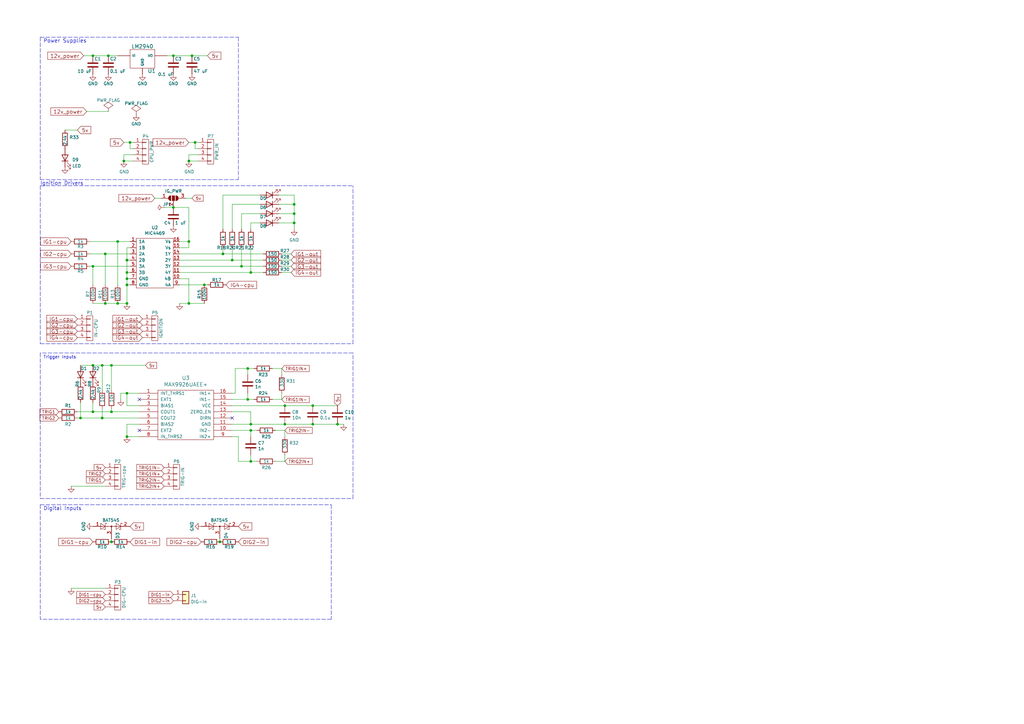
<source format=kicad_sch>
(kicad_sch (version 20211123) (generator eeschema)
  (paper "A3")
  (lib_symbols
    (symbol "Connector_Generic:Conn_01x02" (pin_names (offset 1.016) hide)
      (property "Reference" "J" (at 0 2.54 0))
      (property "Value" "Conn_01x02" (at 0 -5.08 0))
      (symbol "Conn_01x02_1_1"
        (rectangle (start -1.27 -2.413) (end 0 -2.667) (stroke (width 0.1524)))
        (rectangle (start -1.27 0.127) (end 0 -0.127) (stroke (width 0.1524)))
        (rectangle (start -1.27 1.27) (end 1.27 -3.81) (stroke (width 0.254)) (fill (type background)))
        (pin passive line (at -5.08 0 0) (length 3.81) (name "Pin_1") (number "1"))
        (pin passive line (at -5.08 -2.54 0) (length 3.81) (name "Pin_2") (number "2"))
      )
    )
    (symbol "Device:LED" (pin_numbers hide) (pin_names (offset 1.016) hide)
      (property "Reference" "D" (at 0 2.54 0))
      (property "Value" "LED" (at 0 -2.54 0))
      (symbol "LED_0_1"
        (polyline (pts (xy -1.27 -1.27) (xy -1.27 1.27)) (stroke (width 0.254)))
        (polyline (pts (xy -1.27 0) (xy 1.27 0)))
        (polyline (pts (xy 1.27 -1.27) (xy 1.27 1.27) (xy -1.27 0) (xy 1.27 -1.27)) (stroke (width 0.254)))
        (polyline (pts (xy -3.048 -0.762) (xy -4.572 -2.286) (xy -3.81 -2.286) (xy -4.572 -2.286) (xy -4.572 -1.524)))
        (polyline (pts (xy -1.778 -0.762) (xy -3.302 -2.286) (xy -2.54 -2.286) (xy -3.302 -2.286) (xy -3.302 -1.524)))
      )
      (symbol "LED_1_1"
        (pin passive line (at -3.81 0 0) (length 2.54) (name "K") (number "1"))
        (pin passive line (at 3.81 0 180) (length 2.54) (name "A") (number "2"))
      )
    )
    (symbol "Device:R" (pin_numbers hide) (pin_names (offset 0))
      (property "Reference" "R" (at 2.032 0 90))
      (property "Value" "R" (at 0 0 90))
      (symbol "R_0_1"
        (rectangle (start -1.016 -2.54) (end 1.016 2.54) (stroke (width 0.254)))
      )
      (symbol "R_1_1"
        (pin passive line (at 0 3.81 270) (length 1.27) (name "~") (number "1"))
        (pin passive line (at 0 -3.81 90) (length 1.27) (name "~") (number "2"))
      )
    )
    (symbol "Diode:BAT54S" (pin_names (offset 1.016))
      (property "Reference" "D" (at 0.635 -3.81 0))
      (property "Value" "BAT54S" (at -6.35 3.175 0))
      (symbol "BAT54S_0_1"
        (polyline (pts (xy -3.81 0) (xy -1.27 0)))
        (polyline (pts (xy -3.175 -1.27) (xy -3.175 -1.016)))
        (polyline (pts (xy -2.54 -1.27) (xy -3.175 -1.27)))
        (polyline (pts (xy -2.54 -1.27) (xy -2.54 1.27)))
        (polyline (pts (xy -2.54 1.27) (xy -1.905 1.27)))
        (polyline (pts (xy -1.905 0) (xy 1.905 0)))
        (polyline (pts (xy -1.905 1.27) (xy -1.905 1.016)))
        (polyline (pts (xy 1.27 0) (xy 3.81 0)))
        (polyline (pts (xy 3.175 -1.27) (xy 3.175 -1.016)))
        (polyline (pts (xy 3.81 -1.27) (xy 3.175 -1.27)))
        (polyline (pts (xy 3.81 -1.27) (xy 3.81 1.27)))
        (polyline (pts (xy 3.81 1.27) (xy 4.445 1.27)))
        (polyline (pts (xy 4.445 1.27) (xy 4.445 1.016)))
        (polyline (pts (xy -4.445 1.27) (xy -4.445 -1.27) (xy -2.54 0) (xy -4.445 1.27)))
        (polyline (pts (xy 1.905 1.27) (xy 1.905 -1.27) (xy 3.81 0) (xy 1.905 1.27)))
        (circle (center 0 0) (radius 0.254) (fill (type outline)))
      )
      (symbol "BAT54S_1_1"
        (pin passive line (at -7.62 0 0) (length 3.81) (name "~") (number "1"))
        (pin passive line (at 7.62 0 180) (length 3.81) (name "~") (number "2"))
        (pin passive line (at 0 -5.08 90) (length 5.08) (name "~") (number "3"))
      )
    )
    (symbol "io-rescue:C-analog-rescue" (pin_numbers hide) (pin_names (offset 0.254))
      (property "Reference" "C" (at 0.635 2.54 0))
      (property "Value" "C-analog-rescue" (at 0.635 -2.54 0))
      (symbol "C-analog-rescue_0_1"
        (polyline (pts (xy -2.032 -0.762) (xy 2.032 -0.762)) (stroke (width 0.508)))
        (polyline (pts (xy -2.032 0.762) (xy 2.032 0.762)) (stroke (width 0.508)))
      )
      (symbol "C-analog-rescue_1_1"
        (pin passive line (at 0 3.81 270) (length 2.794) (name "~") (number "1"))
        (pin passive line (at 0 -3.81 90) (length 2.794) (name "~") (number "2"))
      )
    )
    (symbol "io-rescue:C-io-rescue-io-rescue" (pin_numbers hide) (pin_names (offset 0.254))
      (property "Reference" "C" (at 0.635 2.54 0))
      (property "Value" "C-io-rescue-io-rescue" (at 0.635 -2.54 0))
      (symbol "C-io-rescue-io-rescue_0_1"
        (polyline (pts (xy -2.032 -0.762) (xy 2.032 -0.762)) (stroke (width 0.508)))
        (polyline (pts (xy -2.032 0.762) (xy 2.032 0.762)) (stroke (width 0.508)))
      )
      (symbol "C-io-rescue-io-rescue_1_1"
        (pin passive line (at 0 3.81 270) (length 2.794) (name "~") (number "1"))
        (pin passive line (at 0 -3.81 90) (length 2.794) (name "~") (number "2"))
      )
    )
    (symbol "io-rescue:CONN_01X04-io-rescue-io-rescue" (pin_names (offset 1.016) hide)
      (property "Reference" "P" (at 0 6.35 0))
      (property "Value" "CONN_01X04-io-rescue-io-rescue" (at 2.54 0 90))
      (symbol "CONN_01X04-io-rescue-io-rescue_0_1"
        (rectangle (start -1.27 -3.683) (end 0.254 -3.937))
        (rectangle (start -1.27 -1.143) (end 0.254 -1.397))
        (rectangle (start -1.27 1.397) (end 0.254 1.143))
        (rectangle (start -1.27 3.937) (end 0.254 3.683))
        (rectangle (start -1.27 5.08) (end 1.27 -5.08))
      )
      (symbol "CONN_01X04-io-rescue-io-rescue_1_1"
        (pin passive line (at -5.08 3.81 0) (length 3.81) (name "P1") (number "1"))
        (pin passive line (at -5.08 1.27 0) (length 3.81) (name "P2") (number "2"))
        (pin passive line (at -5.08 -1.27 0) (length 3.81) (name "P3") (number "3"))
        (pin passive line (at -5.08 -3.81 0) (length 3.81) (name "P4") (number "4"))
      )
    )
    (symbol "io-rescue:GND-io-rescue-io-rescue" (power) (pin_names (offset 0))
      (property "Value" "GND-io-rescue-io-rescue" (at 0 -3.81 0))
      (symbol "GND-io-rescue-io-rescue_0_1"
        (polyline (pts (xy 0 0) (xy 0 -1.27) (xy 1.27 -1.27) (xy 0 -2.54) (xy -1.27 -1.27) (xy 0 -1.27)))
      )
      (symbol "GND-io-rescue-io-rescue_1_1"
        (pin power_in line (at 0 0 270) (length 0) hide (name "GND") (number "1"))
      )
    )
    (symbol "io-rescue:LM2940-io-rescue-io-rescue" (pin_numbers hide) (pin_names (offset 0.762))
      (property "Reference" "U" (at 3.81 -4.9784 0))
      (property "Value" "LM2940-io-rescue-io-rescue" (at 0 5.08 0))
      (symbol "LM2940-io-rescue-io-rescue_0_1"
        (rectangle (start -5.08 -3.81) (end 5.08 3.81))
      )
      (symbol "LM2940-io-rescue-io-rescue_1_1"
        (pin input line (at -10.16 1.27 0) (length 5.08) (name "VI") (number "1"))
        (pin input line (at 0 -6.35 90) (length 2.54) (name "GND") (number "2"))
        (pin power_out line (at 10.16 1.27 180) (length 5.08) (name "VO") (number "3"))
      )
    )
    (symbol "io-rescue:MAX9926UAEE+-viaems" (pin_names (offset 1.016))
      (property "Reference" "U" (at 0 -10.16 0))
      (property "Value" "MAX9926UAEE+-viaems" (at 0 12.7 0))
      (symbol "MAX9926UAEE+-viaems_0_1"
        (rectangle (start 11.43 11.43) (end -11.43 -8.89))
      )
      (symbol "MAX9926UAEE+-viaems_1_1"
        (pin input line (at -19.05 10.16 0) (length 7.62) (name "INT_THRS1") (number "1"))
        (pin input line (at 19.05 -5.08 180) (length 7.62) (name "IN2-") (number "10"))
        (pin input line (at 19.05 -2.54 180) (length 7.62) (name "GND") (number "11"))
        (pin input line (at 19.05 0 180) (length 7.62) (name "DIRN") (number "12"))
        (pin input line (at 19.05 2.54 180) (length 7.62) (name "ZERO_EN") (number "13"))
        (pin input line (at 19.05 5.08 180) (length 7.62) (name "VCC") (number "14"))
        (pin input line (at 19.05 7.62 180) (length 7.62) (name "IN1-") (number "15"))
        (pin input line (at 19.05 10.16 180) (length 7.62) (name "IN1+") (number "16"))
        (pin input line (at -19.05 7.62 0) (length 7.62) (name "EXT1") (number "2"))
        (pin input line (at -19.05 5.08 0) (length 7.62) (name "BIAS1") (number "3"))
        (pin input line (at -19.05 2.54 0) (length 7.62) (name "COUT1") (number "4"))
        (pin input line (at -19.05 0 0) (length 7.62) (name "COUT2") (number "5"))
        (pin input line (at -19.05 -2.54 0) (length 7.62) (name "BIAS2") (number "6"))
        (pin input line (at -19.05 -5.08 0) (length 7.62) (name "EXT2") (number "7"))
        (pin input line (at -19.05 -7.62 0) (length 7.62) (name "IN_THRS2") (number "8"))
        (pin input line (at 19.05 -7.62 180) (length 7.62) (name "IN2+") (number "9"))
      )
    )
    (symbol "io-rescue:MIC4469-viaems-io-rescue" (pin_names (offset 1.016))
      (property "Reference" "U" (at 0 0 0))
      (property "Value" "MIC4469-viaems-io-rescue" (at 0 0 0))
      (symbol "MIC4469-viaems-io-rescue_0_1"
        (rectangle (start 8.89 -21.59) (end -6.35 -1.27))
      )
      (symbol "MIC4469-viaems-io-rescue_1_1"
        (pin input line (at -8.89 -2.54 0) (length 2.54) (name "1A") (number "1"))
        (pin input line (at 11.43 -17.78 180) (length 2.54) (name "4B") (number "10"))
        (pin output line (at 11.43 -15.24 180) (length 2.54) (name "4Y") (number "11"))
        (pin output line (at 11.43 -12.7 180) (length 2.54) (name "3Y") (number "12"))
        (pin output line (at 11.43 -10.16 180) (length 2.54) (name "2Y") (number "13"))
        (pin output line (at 11.43 -7.62 180) (length 2.54) (name "1Y") (number "14"))
        (pin power_in line (at 11.43 -5.08 180) (length 2.54) (name "Vs") (number "15"))
        (pin power_in line (at 11.43 -2.54 180) (length 2.54) (name "Vs") (number "16"))
        (pin input line (at -8.89 -5.08 0) (length 2.54) (name "1B") (number "2"))
        (pin input line (at -8.89 -7.62 0) (length 2.54) (name "2A") (number "3"))
        (pin input line (at -8.89 -10.16 0) (length 2.54) (name "2B") (number "4"))
        (pin input line (at -8.89 -12.7 0) (length 2.54) (name "3A") (number "5"))
        (pin input line (at -8.89 -15.24 0) (length 2.54) (name "3B") (number "6"))
        (pin power_in line (at -8.89 -17.78 0) (length 2.54) (name "GND") (number "7"))
        (pin power_in line (at -8.89 -20.32 0) (length 2.54) (name "GND") (number "8"))
        (pin input line (at 11.43 -20.32 180) (length 2.54) (name "4A") (number "9"))
      )
    )
    (symbol "io-rescue:PWR_FLAG-io-rescue-io-rescue" (power) (pin_numbers hide) (pin_names (offset 0) hide)
      (property "Value" "PWR_FLAG-io-rescue-io-rescue" (at 0 4.572 0))
      (symbol "PWR_FLAG-io-rescue-io-rescue_0_0"
        (pin power_out line (at 0 0 90) (length 0) (name "pwr") (number "1"))
      )
      (symbol "PWR_FLAG-io-rescue-io-rescue_0_1"
        (polyline (pts (xy 0 0) (xy 0 1.27) (xy -1.905 2.54) (xy 0 3.81) (xy 1.905 2.54) (xy 0 1.27)))
      )
    )
    (symbol "io-rescue:R-analog-rescue" (pin_numbers hide) (pin_names (offset 0))
      (property "Reference" "R" (at 2.032 0 90))
      (property "Value" "R-analog-rescue" (at 0 0 90))
      (symbol "R-analog-rescue_0_1"
        (rectangle (start -1.016 -2.54) (end 1.016 2.54) (stroke (width 0.254)))
      )
      (symbol "R-analog-rescue_1_1"
        (pin passive line (at 0 3.81 270) (length 1.27) (name "~") (number "1"))
        (pin passive line (at 0 -3.81 90) (length 1.27) (name "~") (number "2"))
      )
    )
    (symbol "io-rescue:R-io-rescue-io-rescue" (pin_numbers hide) (pin_names (offset 0))
      (property "Reference" "R" (at 2.032 0 90))
      (property "Value" "R-io-rescue-io-rescue" (at 0 0 90))
      (symbol "R-io-rescue-io-rescue_0_1"
        (rectangle (start -1.016 -2.54) (end 1.016 2.54) (stroke (width 0.254)))
      )
      (symbol "R-io-rescue-io-rescue_1_1"
        (pin passive line (at 0 3.81 270) (length 1.27) (name "~") (number "1"))
        (pin passive line (at 0 -3.81 90) (length 1.27) (name "~") (number "2"))
      )
    )
    (symbol "io-rescue:SolderJumper_3_Open-Jumper" (pin_names (offset 0) hide)
      (property "Reference" "JP" (at -2.54 -2.54 0))
      (property "Value" "SolderJumper_3_Open-Jumper" (at 0 2.794 0))
      (symbol "SolderJumper_3_Open-Jumper_0_1"
        (arc (start -1.016 1.016) (mid -2.032 0) (end -1.016 -1.016))
        (arc (start -1.016 1.016) (mid -2.032 0) (end -1.016 -1.016) (fill (type outline)))
        (rectangle (start -0.508 1.016) (end 0.508 -1.016) (fill (type outline)))
        (polyline (pts (xy -2.54 0) (xy -2.032 0)))
        (polyline (pts (xy -1.016 1.016) (xy -1.016 -1.016)))
        (polyline (pts (xy 0 -1.27) (xy 0 -1.016)))
        (polyline (pts (xy 1.016 1.016) (xy 1.016 -1.016)))
        (polyline (pts (xy 2.54 0) (xy 2.032 0)))
        (arc (start 1.016 -1.016) (mid 2.032 0) (end 1.016 1.016))
        (arc (start 1.016 -1.016) (mid 2.032 0) (end 1.016 1.016) (fill (type outline)))
      )
      (symbol "SolderJumper_3_Open-Jumper_1_1"
        (pin passive line (at -5.08 0 0) (length 2.54) (name "A") (number "1"))
        (pin input line (at 0 -3.81 90) (length 2.54) (name "C") (number "2"))
        (pin passive line (at 5.08 0 180) (length 2.54) (name "B") (number "3"))
      )
    )
    (symbol "power:GND" (power) (pin_names (offset 0))
      (property "Value" "GND" (at 0 -3.81 0))
      (symbol "GND_0_1"
        (polyline (pts (xy 0 0) (xy 0 -1.27) (xy 1.27 -1.27) (xy 0 -2.54) (xy -1.27 -1.27) (xy 0 -1.27)))
      )
      (symbol "GND_1_1"
        (pin power_in line (at 0 0 270) (length 0) hide (name "GND") (number "1"))
      )
    )
    (symbol "power:PWR_FLAG" (power) (pin_numbers hide) (pin_names (offset 0) hide)
      (property "Value" "PWR_FLAG" (at 0 3.81 0))
      (symbol "PWR_FLAG_0_0"
        (pin power_out line (at 0 0 90) (length 0) (name "pwr") (number "1"))
      )
      (symbol "PWR_FLAG_0_1"
        (polyline (pts (xy 0 0) (xy 0 1.27) (xy -1.016 1.905) (xy 0 2.54) (xy 1.016 1.905) (xy 0 1.27)))
      )
    )
  )
  (junction (at 52.07 179.07))
  (junction (at 99.06 109.22))
  (junction (at 52.07 106.68))
  (junction (at 38.1 109.22))
  (junction (at 52.07 124.46))
  (junction (at 101.6 151.13))
  (junction (at 52.07 111.76))
  (junction (at 33.02 171.45))
  (junction (at 43.18 104.14))
  (junction (at 38.1 149.86))
  (junction (at 138.43 173.99))
  (junction (at 52.07 116.84))
  (junction (at 77.47 124.46))
  (junction (at 45.72 222.25))
  (junction (at 90.17 222.25))
  (junction (at 102.87 111.76))
  (junction (at 128.27 166.37))
  (junction (at 45.72 168.91))
  (junction (at 120.65 91.44))
  (junction (at 44.45 22.86))
  (junction (at 80.01 58.42))
  (junction (at 95.25 106.68))
  (junction (at 120.65 83.82))
  (junction (at 83.82 116.84))
  (junction (at 48.26 124.46))
  (junction (at 102.87 173.99))
  (junction (at 116.84 166.37))
  (junction (at 78.74 22.86))
  (junction (at 41.91 171.45))
  (junction (at 120.65 87.63))
  (junction (at 71.12 22.86))
  (junction (at 128.27 173.99))
  (junction (at 77.47 99.06))
  (junction (at 71.12 85.09))
  (junction (at 41.91 149.86))
  (junction (at 45.72 149.86))
  (junction (at 101.6 163.83))
  (junction (at 91.44 104.14))
  (junction (at 102.87 176.53))
  (junction (at 116.84 173.99))
  (junction (at 48.26 99.06))
  (junction (at 52.07 161.29))
  (junction (at 38.1 168.91))
  (junction (at 52.07 114.3))
  (junction (at 38.1 22.86))
  (junction (at 53.34 58.42))
  (junction (at 102.87 189.23))
  (junction (at 50.8 66.04))
  (junction (at 77.47 66.04))
  (junction (at 43.18 124.46))
  (no_connect (at 57.15 176.53))
  (no_connect (at 95.25 171.45))
  (no_connect (at 57.15 163.83))
  (wire (pts (xy 48.26 99.06) (xy 53.34 99.06)))
  (wire (pts (xy 114.3 80.01) (xy 120.65 80.01)))
  (wire (pts (xy 41.91 171.45) (xy 57.15 171.45)))
  (wire (pts (xy 95.25 161.29) (xy 96.52 161.29)))
  (wire (pts (xy 80.01 58.42) (xy 81.28 58.42)))
  (wire (pts (xy 52.07 114.3) (xy 52.07 116.84)))
  (wire (pts (xy 102.87 93.98) (xy 102.87 91.44)))
  (wire (pts (xy 36.83 109.22) (xy 38.1 109.22)))
  (wire (pts (xy 102.87 186.69) (xy 102.87 189.23)))
  (wire (pts (xy 41.91 149.86) (xy 45.72 149.86)))
  (wire (pts (xy 101.6 163.83) (xy 104.14 163.83)))
  (wire (pts (xy 57.15 179.07) (xy 52.07 179.07)))
  (wire (pts (xy 54.61 63.5) (xy 50.8 63.5)))
  (wire (pts (xy 66.04 81.28) (xy 63.5 81.28)))
  (wire (pts (xy 71.12 22.86) (xy 78.74 22.86)))
  (wire (pts (xy 91.44 101.6) (xy 91.44 104.14)))
  (wire (pts (xy 115.57 111.76) (xy 119.38 111.76)))
  (wire (pts (xy 95.25 163.83) (xy 101.6 163.83)))
  (wire (pts (xy 99.06 109.22) (xy 107.95 109.22)))
  (wire (pts (xy 120.65 87.63) (xy 120.65 91.44)))
  (wire (pts (xy 138.43 166.37) (xy 128.27 166.37)))
  (wire (pts (xy 52.07 161.29) (xy 49.53 161.29)))
  (wire (pts (xy 128.27 166.37) (xy 116.84 166.37)))
  (wire (pts (xy 43.18 116.84) (xy 43.18 104.14)))
  (polyline (pts (xy 16.51 15.24) (xy 16.51 73.66)))
  (wire (pts (xy 77.47 58.42) (xy 80.01 58.42)))
  (wire (pts (xy 102.87 101.6) (xy 102.87 111.76)))
  (wire (pts (xy 102.87 176.53) (xy 105.41 176.53)))
  (wire (pts (xy 77.47 99.06) (xy 73.66 99.06)))
  (wire (pts (xy 116.84 176.53) (xy 116.84 179.07)))
  (wire (pts (xy 34.29 22.86) (xy 38.1 22.86)))
  (wire (pts (xy 41.91 167.64) (xy 41.91 171.45)))
  (wire (pts (xy 95.25 166.37) (xy 116.84 166.37)))
  (wire (pts (xy 73.66 106.68) (xy 95.25 106.68)))
  (wire (pts (xy 76.2 81.28) (xy 78.74 81.28)))
  (wire (pts (xy 138.43 173.99) (xy 140.97 173.99)))
  (wire (pts (xy 52.07 111.76) (xy 52.07 114.3)))
  (wire (pts (xy 57.15 173.99) (xy 52.07 173.99)))
  (wire (pts (xy 38.1 124.46) (xy 43.18 124.46)))
  (wire (pts (xy 44.45 22.86) (xy 48.26 22.86)))
  (wire (pts (xy 91.44 104.14) (xy 107.95 104.14)))
  (wire (pts (xy 101.6 153.67) (xy 101.6 151.13)))
  (wire (pts (xy 120.65 80.01) (xy 120.65 83.82)))
  (wire (pts (xy 57.15 161.29) (xy 52.07 161.29)))
  (wire (pts (xy 73.66 104.14) (xy 91.44 104.14)))
  (wire (pts (xy 77.47 85.09) (xy 71.12 85.09)))
  (polyline (pts (xy 16.51 140.97) (xy 144.78 140.97)))
  (wire (pts (xy 96.52 161.29) (xy 96.52 151.13)))
  (wire (pts (xy 102.87 173.99) (xy 116.84 173.99)))
  (wire (pts (xy 57.15 166.37) (xy 52.07 166.37)))
  (wire (pts (xy 31.75 168.91) (xy 38.1 168.91)))
  (wire (pts (xy 38.1 109.22) (xy 53.34 109.22)))
  (wire (pts (xy 38.1 116.84) (xy 38.1 109.22)))
  (wire (pts (xy 115.57 104.14) (xy 119.38 104.14)))
  (wire (pts (xy 116.84 189.23) (xy 116.84 186.69)))
  (wire (pts (xy 91.44 80.01) (xy 91.44 93.98)))
  (wire (pts (xy 78.74 22.86) (xy 85.09 22.86)))
  (wire (pts (xy 106.68 80.01) (xy 91.44 80.01)))
  (wire (pts (xy 52.07 124.46) (xy 52.07 116.84)))
  (wire (pts (xy 83.82 116.84) (xy 85.09 116.84)))
  (wire (pts (xy 54.61 60.96) (xy 53.34 60.96)))
  (wire (pts (xy 95.25 168.91) (xy 102.87 168.91)))
  (polyline (pts (xy 16.51 204.47) (xy 144.78 204.47)))
  (wire (pts (xy 52.07 116.84) (xy 53.34 116.84)))
  (wire (pts (xy 99.06 87.63) (xy 106.68 87.63)))
  (wire (pts (xy 26.67 53.34) (xy 31.75 53.34)))
  (wire (pts (xy 29.21 241.3) (xy 43.18 241.3)))
  (wire (pts (xy 102.87 189.23) (xy 105.41 189.23)))
  (wire (pts (xy 114.3 83.82) (xy 120.65 83.82)))
  (polyline (pts (xy 16.51 76.2) (xy 16.51 140.97)))
  (wire (pts (xy 33.02 149.86) (xy 38.1 149.86)))
  (wire (pts (xy 115.57 106.68) (xy 119.38 106.68)))
  (wire (pts (xy 81.28 60.96) (xy 80.01 60.96)))
  (wire (pts (xy 41.91 149.86) (xy 41.91 160.02)))
  (wire (pts (xy 36.83 99.06) (xy 48.26 99.06)))
  (wire (pts (xy 52.07 106.68) (xy 52.07 101.6)))
  (wire (pts (xy 80.01 60.96) (xy 80.01 58.42)))
  (wire (pts (xy 45.72 167.64) (xy 45.72 168.91)))
  (wire (pts (xy 95.25 173.99) (xy 102.87 173.99)))
  (wire (pts (xy 49.53 161.29) (xy 49.53 163.83)))
  (wire (pts (xy 95.25 106.68) (xy 107.95 106.68)))
  (wire (pts (xy 111.76 163.83) (xy 115.57 163.83)))
  (wire (pts (xy 120.65 91.44) (xy 120.65 93.98)))
  (wire (pts (xy 45.72 149.86) (xy 45.72 160.02)))
  (wire (pts (xy 95.25 83.82) (xy 95.25 93.98)))
  (polyline (pts (xy 135.89 207.01) (xy 135.89 254)))
  (polyline (pts (xy 97.79 15.24) (xy 97.79 73.66)))
  (wire (pts (xy 114.3 91.44) (xy 120.65 91.44)))
  (wire (pts (xy 115.57 109.22) (xy 119.38 109.22)))
  (wire (pts (xy 77.47 66.04) (xy 81.28 66.04)))
  (wire (pts (xy 77.47 101.6) (xy 73.66 101.6)))
  (polyline (pts (xy 135.89 254) (xy 16.51 254)))
  (wire (pts (xy 33.02 165.1) (xy 33.02 171.45)))
  (wire (pts (xy 95.25 101.6) (xy 95.25 106.68)))
  (wire (pts (xy 96.52 151.13) (xy 101.6 151.13)))
  (wire (pts (xy 45.72 168.91) (xy 57.15 168.91)))
  (wire (pts (xy 73.66 124.46) (xy 77.47 124.46)))
  (wire (pts (xy 73.66 111.76) (xy 102.87 111.76)))
  (wire (pts (xy 52.07 166.37) (xy 52.07 161.29)))
  (wire (pts (xy 77.47 63.5) (xy 77.47 66.04)))
  (wire (pts (xy 102.87 111.76) (xy 107.95 111.76)))
  (wire (pts (xy 113.03 176.53) (xy 116.84 176.53)))
  (wire (pts (xy 115.57 163.83) (xy 115.57 161.29)))
  (wire (pts (xy 48.26 116.84) (xy 48.26 99.06)))
  (polyline (pts (xy 144.78 144.78) (xy 16.51 144.78)))
  (polyline (pts (xy 16.51 207.01) (xy 16.51 254)))
  (polyline (pts (xy 16.51 144.78) (xy 16.51 204.47)))
  (wire (pts (xy 81.28 63.5) (xy 77.47 63.5)))
  (wire (pts (xy 29.21 199.39) (xy 43.18 199.39)))
  (wire (pts (xy 50.8 63.5) (xy 50.8 66.04)))
  (wire (pts (xy 111.76 151.13) (xy 115.57 151.13)))
  (wire (pts (xy 97.79 189.23) (xy 102.87 189.23)))
  (wire (pts (xy 99.06 93.98) (xy 99.06 87.63)))
  (polyline (pts (xy 16.51 207.01) (xy 135.89 207.01)))
  (wire (pts (xy 73.66 114.3) (xy 77.47 114.3)))
  (polyline (pts (xy 144.78 204.47) (xy 144.78 144.78)))
  (wire (pts (xy 45.72 220.98) (xy 45.72 222.25)))
  (wire (pts (xy 52.07 114.3) (xy 53.34 114.3)))
  (wire (pts (xy 77.47 99.06) (xy 77.47 101.6)))
  (wire (pts (xy 38.1 165.1) (xy 38.1 168.91)))
  (wire (pts (xy 52.07 111.76) (xy 52.07 106.68)))
  (wire (pts (xy 38.1 168.91) (xy 45.72 168.91)))
  (wire (pts (xy 115.57 151.13) (xy 115.57 153.67)))
  (wire (pts (xy 43.18 124.46) (xy 48.26 124.46)))
  (wire (pts (xy 35.56 45.72) (xy 44.45 45.72)))
  (wire (pts (xy 138.43 173.99) (xy 128.27 173.99)))
  (wire (pts (xy 102.87 91.44) (xy 106.68 91.44)))
  (wire (pts (xy 120.65 83.82) (xy 120.65 87.63)))
  (wire (pts (xy 101.6 161.29) (xy 101.6 163.83)))
  (wire (pts (xy 101.6 151.13) (xy 104.14 151.13)))
  (wire (pts (xy 52.07 106.68) (xy 53.34 106.68)))
  (wire (pts (xy 95.25 179.07) (xy 97.79 179.07)))
  (wire (pts (xy 38.1 149.86) (xy 41.91 149.86)))
  (wire (pts (xy 77.47 85.09) (xy 77.47 99.06)))
  (polyline (pts (xy 16.51 76.2) (xy 113.03 76.2)))
  (wire (pts (xy 106.68 83.82) (xy 95.25 83.82)))
  (wire (pts (xy 43.18 104.14) (xy 53.34 104.14)))
  (wire (pts (xy 31.75 171.45) (xy 33.02 171.45)))
  (polyline (pts (xy 144.78 140.97) (xy 144.78 76.2)))
  (wire (pts (xy 77.47 124.46) (xy 83.82 124.46)))
  (wire (pts (xy 52.07 111.76) (xy 53.34 111.76)))
  (wire (pts (xy 77.47 114.3) (xy 77.47 124.46)))
  (wire (pts (xy 95.25 176.53) (xy 102.87 176.53)))
  (wire (pts (xy 33.02 171.45) (xy 41.91 171.45)))
  (wire (pts (xy 52.07 101.6) (xy 53.34 101.6)))
  (wire (pts (xy 99.06 101.6) (xy 99.06 109.22)))
  (wire (pts (xy 45.72 149.86) (xy 59.69 149.86)))
  (wire (pts (xy 53.34 58.42) (xy 54.61 58.42)))
  (wire (pts (xy 50.8 66.04) (xy 54.61 66.04)))
  (wire (pts (xy 38.1 22.86) (xy 44.45 22.86)))
  (wire (pts (xy 50.8 58.42) (xy 53.34 58.42)))
  (wire (pts (xy 52.07 179.07) (xy 52.07 173.99)))
  (wire (pts (xy 116.84 173.99) (xy 128.27 173.99)))
  (wire (pts (xy 36.83 104.14) (xy 43.18 104.14)))
  (polyline (pts (xy 16.51 15.24) (xy 97.79 15.24)))
  (wire (pts (xy 102.87 179.07) (xy 102.87 176.53)))
  (wire (pts (xy 73.66 116.84) (xy 83.82 116.84)))
  (wire (pts (xy 102.87 168.91) (xy 102.87 173.99)))
  (wire (pts (xy 90.17 220.98) (xy 90.17 222.25)))
  (wire (pts (xy 113.03 189.23) (xy 116.84 189.23)))
  (wire (pts (xy 73.66 109.22) (xy 99.06 109.22)))
  (wire (pts (xy 68.58 22.86) (xy 71.12 22.86)))
  (polyline (pts (xy 113.03 76.2) (xy 144.78 76.2)))
  (wire (pts (xy 67.31 85.09) (xy 71.12 85.09)))
  (wire (pts (xy 97.79 179.07) (xy 97.79 189.23)))
  (wire (pts (xy 114.3 87.63) (xy 120.65 87.63)))
  (polyline (pts (xy 16.51 73.66) (xy 97.79 73.66)))
  (wire (pts (xy 53.34 60.96) (xy 53.34 58.42)))
  (wire (pts (xy 48.26 124.46) (xy 52.07 124.46)))
  (text "Power Supplies" (at 17.78 17.78 0) (effects (font (size 1.524 1.524)) (justify left bottom)))
  (text "Ignition Drivers" (at 16.51 76.2 0) (effects (font (size 1.524 1.524)) (justify left bottom)))
  (text "Trigger Inputs" (at 17.78 147.32 0) (effects (font (size 1.27 1.27)) (justify left bottom)))
  (text "Digital Inputs" (at 17.78 209.55 0) (effects (font (size 1.524 1.524)) (justify left bottom)))
  (global_label "TRIG1IN-" (shape input) (at 67.31 191.77 180) (property "Intersheet References" "${INTERSHEET_REFS}" (effects hide)))
  (global_label "5v" (shape input) (at 78.74 81.28 0) (property "Intersheet References" "${INTERSHEET_REFS}" (effects hide)))
  (global_label "IG3-cpu" (shape input) (at 31.75 135.89 180) (effects (font (size 1.524 1.524))) (property "Intersheet References" "${INTERSHEET_REFS}" (effects hide)))
  (global_label "TRIG1IN+" (shape input) (at 115.57 151.13 0) (property "Intersheet References" "${INTERSHEET_REFS}" (effects hide)))
  (global_label "TRIG2IN+" (shape input) (at 116.84 189.23 0) (property "Intersheet References" "${INTERSHEET_REFS}" (effects hide)))
  (global_label "DIG1-cpu" (shape input) (at 38.1 222.25 180) (effects (font (size 1.524 1.524))) (property "Intersheet References" "${INTERSHEET_REFS}" (effects hide)))
  (global_label "5v" (shape input) (at 97.79 215.9 0) (effects (font (size 1.524 1.524))) (property "Intersheet References" "${INTERSHEET_REFS}" (effects hide)))
  (global_label "IG2-cpu" (shape input) (at 31.75 133.35 180) (effects (font (size 1.524 1.524))) (property "Intersheet References" "${INTERSHEET_REFS}" (effects hide)))
  (global_label "5v" (shape input) (at 138.43 166.37 90) (property "Intersheet References" "${INTERSHEET_REFS}" (effects hide)))
  (global_label "IG4-cpu" (shape input) (at 31.75 138.43 180) (effects (font (size 1.524 1.524))) (property "Intersheet References" "${INTERSHEET_REFS}" (effects hide)))
  (global_label "TRIG2IN-" (shape input) (at 67.31 196.85 180) (property "Intersheet References" "${INTERSHEET_REFS}" (effects hide)))
  (global_label "5v" (shape input) (at 31.75 53.34 0) (effects (font (size 1.524 1.524))) (property "Intersheet References" "${INTERSHEET_REFS}" (effects hide)))
  (global_label "12v_power" (shape input) (at 77.47 58.42 180) (effects (font (size 1.524 1.524))) (property "Intersheet References" "${INTERSHEET_REFS}" (effects hide)))
  (global_label "TRIG1" (shape input) (at 24.13 168.91 180) (property "Intersheet References" "${INTERSHEET_REFS}" (effects hide)))
  (global_label "12v_power" (shape input) (at 35.56 45.72 180) (effects (font (size 1.524 1.524))) (property "Intersheet References" "${INTERSHEET_REFS}" (effects hide)))
  (global_label "TRIG1IN-" (shape input) (at 115.57 163.83 0) (property "Intersheet References" "${INTERSHEET_REFS}" (effects hide)))
  (global_label "5v" (shape input) (at 53.34 215.9 0) (effects (font (size 1.524 1.524))) (property "Intersheet References" "${INTERSHEET_REFS}" (effects hide)))
  (global_label "DIG1-cpu" (shape input) (at 43.18 243.84 180) (property "Intersheet References" "${INTERSHEET_REFS}" (effects hide)))
  (global_label "DIG2-in" (shape input) (at 71.12 246.38 180) (property "Intersheet References" "${INTERSHEET_REFS}" (effects hide)))
  (global_label "IG1-cpu" (shape input) (at 29.21 99.06 180) (effects (font (size 1.524 1.524))) (property "Intersheet References" "${INTERSHEET_REFS}" (effects hide)))
  (global_label "IG2-out" (shape input) (at 58.42 133.35 180) (effects (font (size 1.524 1.524))) (property "Intersheet References" "${INTERSHEET_REFS}" (effects hide)))
  (global_label "TRIG2IN+" (shape input) (at 67.31 199.39 180) (property "Intersheet References" "${INTERSHEET_REFS}" (effects hide)))
  (global_label "DIG1-in" (shape input) (at 71.12 243.84 180) (property "Intersheet References" "${INTERSHEET_REFS}" (effects hide)))
  (global_label "12v_power" (shape input) (at 34.29 22.86 180) (effects (font (size 1.524 1.524))) (property "Intersheet References" "${INTERSHEET_REFS}" (effects hide)))
  (global_label "12v_power" (shape input) (at 63.5 81.28 180) (effects (font (size 1.524 1.524))) (property "Intersheet References" "${INTERSHEET_REFS}" (effects hide)))
  (global_label "TRIG2IN-" (shape input) (at 116.84 176.53 0) (property "Intersheet References" "${INTERSHEET_REFS}" (effects hide)))
  (global_label "TRIG2" (shape input) (at 24.13 171.45 180) (property "Intersheet References" "${INTERSHEET_REFS}" (effects hide)))
  (global_label "IG3-cpu" (shape input) (at 29.21 109.22 180) (effects (font (size 1.524 1.524))) (property "Intersheet References" "${INTERSHEET_REFS}" (effects hide)))
  (global_label "DIG1-in" (shape input) (at 53.34 222.25 0) (effects (font (size 1.524 1.524))) (property "Intersheet References" "${INTERSHEET_REFS}" (effects hide)))
  (global_label "IG1-cpu" (shape input) (at 31.75 130.81 180) (effects (font (size 1.524 1.524))) (property "Intersheet References" "${INTERSHEET_REFS}" (effects hide)))
  (global_label "TRIG1IN+" (shape input) (at 67.31 194.31 180) (property "Intersheet References" "${INTERSHEET_REFS}" (effects hide)))
  (global_label "TRIG2" (shape input) (at 43.18 194.31 180) (property "Intersheet References" "${INTERSHEET_REFS}" (effects hide)))
  (global_label "IG4-out" (shape input) (at 58.42 138.43 180) (effects (font (size 1.524 1.524))) (property "Intersheet References" "${INTERSHEET_REFS}" (effects hide)))
  (global_label "5v" (shape input) (at 50.8 58.42 180) (effects (font (size 1.524 1.524))) (property "Intersheet References" "${INTERSHEET_REFS}" (effects hide)))
  (global_label "5v" (shape input) (at 43.18 248.92 180) (property "Intersheet References" "${INTERSHEET_REFS}" (effects hide)))
  (global_label "DIG2-cpu" (shape input) (at 82.55 222.25 180) (effects (font (size 1.524 1.524))) (property "Intersheet References" "${INTERSHEET_REFS}" (effects hide)))
  (global_label "IG4-out" (shape input) (at 119.38 111.76 0) (effects (font (size 1.524 1.524))) (property "Intersheet References" "${INTERSHEET_REFS}" (effects hide)))
  (global_label "5v" (shape input) (at 85.09 22.86 0) (effects (font (size 1.524 1.524))) (property "Intersheet References" "${INTERSHEET_REFS}" (effects hide)))
  (global_label "DIG2-cpu" (shape input) (at 43.18 246.38 180) (property "Intersheet References" "${INTERSHEET_REFS}" (effects hide)))
  (global_label "DIG2-in" (shape input) (at 97.79 222.25 0) (effects (font (size 1.524 1.524))) (property "Intersheet References" "${INTERSHEET_REFS}" (effects hide)))
  (global_label "TRIG1" (shape input) (at 43.18 196.85 180) (property "Intersheet References" "${INTERSHEET_REFS}" (effects hide)))
  (global_label "IG3-out" (shape input) (at 58.42 135.89 180) (effects (font (size 1.524 1.524))) (property "Intersheet References" "${INTERSHEET_REFS}" (effects hide)))
  (global_label "IG4-cpu" (shape input) (at 92.71 116.84 0) (effects (font (size 1.524 1.524))) (property "Intersheet References" "${INTERSHEET_REFS}" (effects hide)))
  (global_label "5v" (shape input) (at 59.69 149.86 0) (property "Intersheet References" "${INTERSHEET_REFS}" (effects hide)))
  (global_label "IG2-out" (shape input) (at 119.38 106.68 0) (effects (font (size 1.524 1.524))) (property "Intersheet References" "${INTERSHEET_REFS}" (effects hide)))
  (global_label "IG2-cpu" (shape input) (at 29.21 104.14 180) (effects (font (size 1.524 1.524))) (property "Intersheet References" "${INTERSHEET_REFS}" (effects hide)))
  (global_label "IG1-out" (shape input) (at 58.42 130.81 180) (effects (font (size 1.524 1.524))) (property "Intersheet References" "${INTERSHEET_REFS}" (effects hide)))
  (global_label "5v" (shape input) (at 43.18 191.77 180) (property "Intersheet References" "${INTERSHEET_REFS}" (effects hide)))
  (global_label "IG3-out" (shape input) (at 119.38 109.22 0) (effects (font (size 1.524 1.524))) (property "Intersheet References" "${INTERSHEET_REFS}" (effects hide)))
  (global_label "IG1-out" (shape input) (at 119.38 104.14 0) (effects (font (size 1.524 1.524))) (property "Intersheet References" "${INTERSHEET_REFS}" (effects hide)))
  (symbol (lib_id "io-rescue:LM2940-io-rescue-io-rescue") (at 58.42 24.13 0) (unit 1)
    (property "Reference" "U1" (at 62.23 29.1084 0) (effects (font (size 1.524 1.524))))
    (property "Value" "LM2940" (at 58.42 19.05 0) (effects (font (size 1.524 1.524))))
    (property "Footprint" "Package_TO_SOT_THT:TO-220-3_Horizontal_TabDown" (effects hide))
  )
  (symbol (lib_id "io-rescue:C-io-rescue-io-rescue") (at 44.45 26.67 0) (unit 1)
    (property "Reference" "C2" (at 45.085 24.13 0) (effects (justify left)))
    (property "Value" "0.1 uF" (at 45.085 29.21 0) (effects (justify left)))
    (property "Footprint" "Capacitor_SMD:C_0805_2012Metric_Pad1.18x1.45mm_HandSolder" (effects hide))
    (property "Rating" "X7R" (effects hide))
  )
  (symbol (lib_id "io-rescue:C-io-rescue-io-rescue") (at 38.1 26.67 0) (unit 1)
    (property "Reference" "C1" (at 38.735 24.13 0) (effects (justify left)))
    (property "Value" "10 uF" (at 31.75 29.21 0) (effects (justify left)))
    (property "Footprint" "Capacitor_SMD:C_0805_2012Metric_Pad1.18x1.45mm_HandSolder" (effects hide))
    (property "Rating" "Tantalum 35V" (effects hide))
  )
  (symbol (lib_id "io-rescue:C-io-rescue-io-rescue") (at 71.12 26.67 0) (unit 1)
    (property "Reference" "C3" (at 71.755 24.13 0) (effects (justify left)))
    (property "Value" "0.1 uF" (at 64.77 30.48 0) (effects (justify left)))
    (property "Footprint" "Capacitor_SMD:C_0805_2012Metric_Pad1.18x1.45mm_HandSolder" (effects hide))
    (property "Rating" "X7R" (effects hide))
  )
  (symbol (lib_id "io-rescue:C-io-rescue-io-rescue") (at 78.74 26.67 0) (unit 1)
    (property "Reference" "C5" (at 79.375 24.13 0) (effects (justify left)))
    (property "Value" "47 uF" (at 79.375 29.21 0) (effects (justify left)))
    (property "Footprint" "Capacitor_SMD:C_1206_3216Metric" (effects hide))
    (property "Rating" "Tantalum 10V" (effects hide))
  )
  (symbol (lib_id "io-rescue:GND-io-rescue-io-rescue") (at 38.1 30.48 0) (unit 1)
    (property "Reference" "#PWR03" (effects hide))
    (property "Value" "GND" (at 38.1 34.29 0))
  )
  (symbol (lib_id "io-rescue:GND-io-rescue-io-rescue") (at 44.45 30.48 0) (unit 1)
    (property "Reference" "#PWR05" (effects hide))
    (property "Value" "GND" (at 44.45 34.29 0))
  )
  (symbol (lib_id "io-rescue:GND-io-rescue-io-rescue") (at 58.42 30.48 0) (unit 1)
    (property "Reference" "#PWR011" (effects hide))
    (property "Value" "GND" (at 58.42 34.29 0))
  )
  (symbol (lib_id "io-rescue:GND-io-rescue-io-rescue") (at 71.12 30.48 0) (unit 1)
    (property "Reference" "#PWR012" (effects hide))
    (property "Value" "GND" (at 71.12 34.29 0))
  )
  (symbol (lib_id "io-rescue:GND-io-rescue-io-rescue") (at 78.74 30.48 0) (unit 1)
    (property "Reference" "#PWR016" (effects hide))
    (property "Value" "GND" (at 78.74 34.29 0))
  )
  (symbol (lib_id "io-rescue:GND-io-rescue-io-rescue") (at 55.88 46.99 0) (unit 1)
    (property "Reference" "#PWR010" (effects hide))
    (property "Value" "GND" (at 55.88 50.8 0))
  )
  (symbol (lib_id "io-rescue:PWR_FLAG-io-rescue-io-rescue") (at 44.45 45.72 0) (unit 1)
    (property "Reference" "#FLG01" (effects hide))
    (property "Value" "PWR_FLAG" (at 44.45 41.148 0))
  )
  (symbol (lib_id "io-rescue:PWR_FLAG-io-rescue-io-rescue") (at 55.88 46.99 0) (unit 1)
    (property "Reference" "#FLG02" (effects hide))
    (property "Value" "PWR_FLAG" (at 55.88 42.418 0))
  )
  (symbol (lib_id "io-rescue:R-io-rescue-io-rescue") (at 38.1 120.65 180) (unit 1)
    (property "Reference" "R7" (at 36.068 120.65 90))
    (property "Value" "100k" (at 38.1 120.65 90))
    (property "Footprint" "Resistor_SMD:R_0805_2012Metric_Pad1.20x1.40mm_HandSolder" (effects hide))
  )
  (symbol (lib_id "io-rescue:R-io-rescue-io-rescue") (at 111.76 104.14 270) (unit 1)
    (property "Reference" "R27" (at 116.84 102.87 90))
    (property "Value" "150" (at 111.76 104.14 90))
    (property "Footprint" "Resistor_SMD:R_0805_2012Metric_Pad1.20x1.40mm_HandSolder" (effects hide))
  )
  (symbol (lib_id "io-rescue:R-io-rescue-io-rescue") (at 33.02 99.06 270) (unit 1)
    (property "Reference" "R3" (at 33.02 101.092 90))
    (property "Value" "1k" (at 33.02 99.06 90))
    (property "Footprint" "Resistor_SMD:R_0805_2012Metric_Pad1.20x1.40mm_HandSolder" (effects hide))
  )
  (symbol (lib_id "io-rescue:C-io-rescue-io-rescue") (at 71.12 88.9 0) (unit 1)
    (property "Reference" "C4" (at 67.31 91.44 0) (effects (justify left)))
    (property "Value" "1 uF" (at 71.755 91.44 0) (effects (justify left)))
    (property "Footprint" "Capacitor_SMD:C_0805_2012Metric_Pad1.18x1.45mm_HandSolder" (effects hide))
  )
  (symbol (lib_id "io-rescue:GND-io-rescue-io-rescue") (at 71.12 92.71 0) (unit 1)
    (property "Reference" "#PWR013" (effects hide))
    (property "Value" "GND" (effects hide))
  )
  (symbol (lib_id "io-rescue:R-io-rescue-io-rescue") (at 41.91 222.25 270) (unit 1)
    (property "Reference" "R10" (at 41.91 224.282 90))
    (property "Value" "1k" (at 41.91 222.25 90))
    (property "Footprint" "Resistor_SMD:R_0805_2012Metric_Pad1.20x1.40mm_HandSolder" (effects hide))
  )
  (symbol (lib_id "io-rescue:R-io-rescue-io-rescue") (at 49.53 222.25 270) (unit 1)
    (property "Reference" "R14" (at 49.53 224.282 90))
    (property "Value" "1k" (at 49.53 222.25 90))
    (property "Footprint" "Resistor_SMD:R_0805_2012Metric_Pad1.20x1.40mm_HandSolder" (effects hide))
  )
  (symbol (lib_id "io-rescue:GND-io-rescue-io-rescue") (at 38.1 215.9 270) (unit 1)
    (property "Reference" "#PWR04" (effects hide))
    (property "Value" "GND" (at 34.29 215.9 0))
  )
  (symbol (lib_id "io-rescue:MIC4469-viaems-io-rescue") (at 62.23 96.52 0) (unit 1)
    (property "Reference" "U2" (at 63.5 93.345 0))
    (property "Value" "MIC4469" (at 63.5 95.6564 0))
    (property "Footprint" "Package_SO:SOIC-16W_7.5x10.3mm_P1.27mm" (effects hide))
  )
  (symbol (lib_id "io-rescue:R-io-rescue-io-rescue") (at 33.02 104.14 270) (unit 1)
    (property "Reference" "R4" (at 33.02 106.172 90))
    (property "Value" "1k" (at 33.02 104.14 90))
    (property "Footprint" "Resistor_SMD:R_0805_2012Metric_Pad1.20x1.40mm_HandSolder" (effects hide))
  )
  (symbol (lib_id "io-rescue:R-io-rescue-io-rescue") (at 33.02 109.22 270) (unit 1)
    (property "Reference" "R5" (at 33.02 111.252 90))
    (property "Value" "1k" (at 33.02 109.22 90))
    (property "Footprint" "Resistor_SMD:R_0805_2012Metric_Pad1.20x1.40mm_HandSolder" (effects hide))
  )
  (symbol (lib_id "io-rescue:R-io-rescue-io-rescue") (at 88.9 116.84 90) (unit 1)
    (property "Reference" "R17" (at 88.9 114.808 90))
    (property "Value" "1k" (at 88.9 116.84 90))
    (property "Footprint" "Resistor_SMD:R_0805_2012Metric_Pad1.20x1.40mm_HandSolder" (effects hide))
  )
  (symbol (lib_id "io-rescue:R-io-rescue-io-rescue") (at 43.18 120.65 180) (unit 1)
    (property "Reference" "R11" (at 41.148 120.65 90))
    (property "Value" "100k" (at 43.18 120.65 90))
    (property "Footprint" "Resistor_SMD:R_0805_2012Metric_Pad1.20x1.40mm_HandSolder" (effects hide))
  )
  (symbol (lib_id "io-rescue:R-io-rescue-io-rescue") (at 48.26 120.65 180) (unit 1)
    (property "Reference" "R13" (at 46.228 120.65 90))
    (property "Value" "100k" (at 48.26 120.65 90))
    (property "Footprint" "Resistor_SMD:R_0805_2012Metric_Pad1.20x1.40mm_HandSolder" (effects hide))
  )
  (symbol (lib_id "io-rescue:R-io-rescue-io-rescue") (at 83.82 120.65 180) (unit 1)
    (property "Reference" "R15" (at 81.788 120.65 90))
    (property "Value" "100k" (at 83.82 120.65 90))
    (property "Footprint" "Resistor_SMD:R_0805_2012Metric_Pad1.20x1.40mm_HandSolder" (effects hide))
  )
  (symbol (lib_id "power:GND") (at 52.07 124.46 0) (unit 1)
    (property "Reference" "#PWR08" (effects hide))
    (property "Value" "GND" (effects hide))
  )
  (symbol (lib_id "power:GND") (at 73.66 124.46 0) (unit 1)
    (property "Reference" "#PWR014" (effects hide))
    (property "Value" "GND" (effects hide))
  )
  (symbol (lib_id "io-rescue:R-io-rescue-io-rescue") (at 111.76 106.68 270) (unit 1)
    (property "Reference" "R28" (at 116.84 105.41 90))
    (property "Value" "150" (at 111.76 106.68 90))
    (property "Footprint" "Resistor_SMD:R_0805_2012Metric_Pad1.20x1.40mm_HandSolder" (effects hide))
  )
  (symbol (lib_id "io-rescue:R-io-rescue-io-rescue") (at 111.76 109.22 270) (unit 1)
    (property "Reference" "R29" (at 116.84 107.95 90))
    (property "Value" "150" (at 111.76 109.22 90))
    (property "Footprint" "Resistor_SMD:R_0805_2012Metric_Pad1.20x1.40mm_HandSolder" (effects hide))
  )
  (symbol (lib_id "io-rescue:R-io-rescue-io-rescue") (at 111.76 111.76 270) (unit 1)
    (property "Reference" "R30" (at 116.84 110.49 90))
    (property "Value" "150" (at 111.76 111.76 90))
    (property "Footprint" "Resistor_SMD:R_0805_2012Metric_Pad1.20x1.40mm_HandSolder" (effects hide))
  )
  (symbol (lib_id "io-rescue:CONN_01X04-io-rescue-io-rescue") (at 59.69 62.23 0) (unit 1)
    (property "Reference" "P4" (at 59.69 55.88 0))
    (property "Value" "CPU_PWR" (at 62.23 62.23 90))
    (property "Footprint" "Connector_PinHeader_2.54mm:PinHeader_1x04_P2.54mm_Vertical" (effects hide))
  )
  (symbol (lib_id "power:GND") (at 50.8 66.04 0) (unit 1)
    (property "Reference" "#PWR07" (effects hide))
    (property "Value" "GND" (at 50.927 70.4342 0))
  )
  (symbol (lib_id "io-rescue:CONN_01X04-io-rescue-io-rescue") (at 86.36 62.23 0) (unit 1)
    (property "Reference" "P7" (at 86.36 55.88 0))
    (property "Value" "PWR_IN" (at 88.9 62.23 90))
    (property "Footprint" "Connector_PinHeader_2.54mm:PinHeader_1x04_P2.54mm_Vertical" (effects hide))
  )
  (symbol (lib_id "power:GND") (at 77.47 66.04 0) (unit 1)
    (property "Reference" "#PWR015" (effects hide))
    (property "Value" "GND" (at 77.597 70.4342 0))
  )
  (symbol (lib_id "io-rescue:MAX9926UAEE+-viaems") (at 76.2 171.45 0) (unit 1)
    (property "Reference" "U3" (at 76.2 155.0162 0) (effects (font (size 1.524 1.524))))
    (property "Value" "MAX9926UAEE+" (at 76.2 157.7086 0) (effects (font (size 1.524 1.524))))
    (property "Footprint" "Package_SO:QSOP-16_3.9x4.9mm_P0.635mm" (effects hide))
  )
  (symbol (lib_id "io-rescue:C-analog-rescue") (at 116.84 170.18 0) (unit 1)
    (property "Reference" "C8" (at 119.761 169.0116 0) (effects (justify left)))
    (property "Value" "10n" (at 119.761 171.323 0) (effects (justify left)))
    (property "Footprint" "Capacitor_SMD:C_0805_2012Metric_Pad1.18x1.45mm_HandSolder" (effects hide))
  )
  (symbol (lib_id "io-rescue:C-analog-rescue") (at 128.27 170.18 0) (unit 1)
    (property "Reference" "C9" (at 131.191 169.0116 0) (effects (justify left)))
    (property "Value" "0.1u" (at 131.191 171.323 0) (effects (justify left)))
    (property "Footprint" "Capacitor_SMD:C_0805_2012Metric_Pad1.18x1.45mm_HandSolder" (effects hide))
  )
  (symbol (lib_id "io-rescue:C-analog-rescue") (at 138.43 170.18 0) (unit 1)
    (property "Reference" "C10" (at 141.351 169.0116 0) (effects (justify left)))
    (property "Value" "1u" (at 141.351 171.323 0) (effects (justify left)))
    (property "Footprint" "Capacitor_SMD:C_0805_2012Metric_Pad1.18x1.45mm_HandSolder" (effects hide))
  )
  (symbol (lib_id "io-rescue:C-analog-rescue") (at 102.87 182.88 0) (unit 1)
    (property "Reference" "C7" (at 105.791 181.7116 0) (effects (justify left)))
    (property "Value" "1n" (at 105.791 184.023 0) (effects (justify left)))
    (property "Footprint" "Capacitor_SMD:C_0805_2012Metric_Pad1.18x1.45mm_HandSolder" (effects hide))
  )
  (symbol (lib_id "io-rescue:R-analog-rescue") (at 109.22 176.53 270) (unit 1)
    (property "Reference" "R25" (at 109.22 179.07 90))
    (property "Value" "1k" (at 109.22 176.53 90))
    (property "Footprint" "Resistor_SMD:R_0805_2012Metric_Pad1.20x1.40mm_HandSolder" (effects hide))
  )
  (symbol (lib_id "io-rescue:R-analog-rescue") (at 109.22 189.23 270) (unit 1)
    (property "Reference" "R26" (at 109.22 191.77 90))
    (property "Value" "1k" (at 109.22 189.23 90))
    (property "Footprint" "Resistor_SMD:R_0805_2012Metric_Pad1.20x1.40mm_HandSolder" (effects hide))
  )
  (symbol (lib_id "io-rescue:R-analog-rescue") (at 116.84 182.88 0) (unit 1)
    (property "Reference" "R32" (at 118.618 181.7116 0) (effects (justify left)))
    (property "Value" "330" (at 116.84 184.15 90) (effects (justify left)))
    (property "Footprint" "Resistor_THT:R_Axial_DIN0207_L6.3mm_D2.5mm_P2.54mm_Vertical" (effects hide))
  )
  (symbol (lib_id "io-rescue:R-analog-rescue") (at 45.72 163.83 0) (unit 1)
    (property "Reference" "R12" (at 44.45 161.29 90) (effects (justify left)))
    (property "Value" "10k" (at 45.72 165.1 90) (effects (justify left)))
    (property "Footprint" "Resistor_SMD:R_0805_2012Metric_Pad1.20x1.40mm_HandSolder" (effects hide))
  )
  (symbol (lib_id "io-rescue:R-analog-rescue") (at 27.94 171.45 270) (unit 1)
    (property "Reference" "R2" (at 27.94 173.99 90))
    (property "Value" "1k" (at 27.94 171.45 90))
    (property "Footprint" "Resistor_SMD:R_0805_2012Metric_Pad1.20x1.40mm_HandSolder" (effects hide))
  )
  (symbol (lib_id "io-rescue:R-analog-rescue") (at 41.91 163.83 0) (unit 1)
    (property "Reference" "R9" (at 40.64 161.29 90) (effects (justify left)))
    (property "Value" "10k" (at 41.91 165.1 90) (effects (justify left)))
    (property "Footprint" "Resistor_SMD:R_0805_2012Metric_Pad1.20x1.40mm_HandSolder" (effects hide))
  )
  (symbol (lib_id "io-rescue:R-analog-rescue") (at 27.94 168.91 270) (unit 1)
    (property "Reference" "R1" (at 27.94 166.37 90))
    (property "Value" "1k" (at 27.94 168.91 90))
    (property "Footprint" "Resistor_SMD:R_0805_2012Metric_Pad1.20x1.40mm_HandSolder" (effects hide))
  )
  (symbol (lib_id "power:GND") (at 140.97 173.99 0) (unit 1)
    (property "Reference" "#PWR019" (effects hide))
    (property "Value" "GND" (effects hide))
  )
  (symbol (lib_id "io-rescue:R-analog-rescue") (at 107.95 151.13 270) (unit 1)
    (property "Reference" "R23" (at 107.95 153.67 90))
    (property "Value" "1k" (at 107.95 151.13 90))
    (property "Footprint" "Resistor_SMD:R_0805_2012Metric_Pad1.20x1.40mm_HandSolder" (effects hide))
  )
  (symbol (lib_id "io-rescue:R-analog-rescue") (at 107.95 163.83 270) (unit 1)
    (property "Reference" "R24" (at 107.95 161.29 90))
    (property "Value" "1k" (at 107.95 163.83 90))
    (property "Footprint" "Resistor_SMD:R_0805_2012Metric_Pad1.20x1.40mm_HandSolder" (effects hide))
  )
  (symbol (lib_id "io-rescue:R-analog-rescue") (at 115.57 157.48 0) (unit 1)
    (property "Reference" "R31" (at 117.348 156.3116 0) (effects (justify left)))
    (property "Value" "330" (at 115.57 158.75 90) (effects (justify left)))
    (property "Footprint" "Resistor_THT:R_Axial_DIN0207_L6.3mm_D2.5mm_P2.54mm_Vertical" (effects hide))
  )
  (symbol (lib_id "io-rescue:C-analog-rescue") (at 101.6 157.48 0) (unit 1)
    (property "Reference" "C6" (at 104.521 156.3116 0) (effects (justify left)))
    (property "Value" "1n" (at 104.521 158.623 0) (effects (justify left)))
    (property "Footprint" "Capacitor_SMD:C_0805_2012Metric_Pad1.18x1.45mm_HandSolder" (effects hide))
  )
  (symbol (lib_id "power:GND") (at 49.53 163.83 0) (unit 1)
    (property "Reference" "#PWR06" (effects hide))
    (property "Value" "GND" (effects hide))
  )
  (symbol (lib_id "power:GND") (at 52.07 179.07 0) (unit 1)
    (property "Reference" "#PWR09" (effects hide))
    (property "Value" "GND" (effects hide))
  )
  (symbol (lib_id "io-rescue:CONN_01X04-io-rescue-io-rescue") (at 48.26 245.11 0) (unit 1)
    (property "Reference" "P3" (at 48.26 238.76 0))
    (property "Value" "DIG-CPU" (at 50.8 245.11 90))
    (property "Footprint" "Connector_PinHeader_2.54mm:PinHeader_1x04_P2.54mm_Vertical" (effects hide))
  )
  (symbol (lib_id "power:GND") (at 29.21 241.3 0) (unit 1)
    (property "Reference" "#PWR02" (effects hide))
    (property "Value" "GND" (effects hide))
  )
  (symbol (lib_id "io-rescue:CONN_01X04-io-rescue-io-rescue") (at 72.39 195.58 0) (unit 1)
    (property "Reference" "P6" (at 72.39 189.23 0))
    (property "Value" "TRIG-IN" (at 74.93 195.58 90))
    (property "Footprint" "Connector_PinHeader_2.54mm:PinHeader_1x04_P2.54mm_Vertical" (effects hide))
  )
  (symbol (lib_id "io-rescue:CONN_01X04-io-rescue-io-rescue") (at 48.26 195.58 0) (unit 1)
    (property "Reference" "P2" (at 48.26 189.23 0))
    (property "Value" "TRIG-cpu" (at 50.8 195.58 90))
    (property "Footprint" "Connector_PinHeader_2.54mm:PinHeader_1x04_P2.54mm_Vertical" (effects hide))
  )
  (symbol (lib_id "power:GND") (at 29.21 199.39 0) (unit 1)
    (property "Reference" "#PWR01" (effects hide))
    (property "Value" "GND" (effects hide))
  )
  (symbol (lib_id "io-rescue:CONN_01X04-io-rescue-io-rescue") (at 63.5 134.62 0) (unit 1)
    (property "Reference" "P5" (at 63.5 128.27 0))
    (property "Value" "IGNITION" (at 66.04 134.62 90))
    (property "Footprint" "Connector_PinHeader_2.54mm:PinHeader_1x04_P2.54mm_Vertical" (effects hide))
  )
  (symbol (lib_id "io-rescue:CONN_01X04-io-rescue-io-rescue") (at 36.83 134.62 0) (unit 1)
    (property "Reference" "P1" (at 36.83 128.27 0))
    (property "Value" "IN-CPU" (at 39.37 134.62 90))
    (property "Footprint" "Connector_PinHeader_2.54mm:PinHeader_1x04_P2.54mm_Vertical" (effects hide))
  )
  (symbol (lib_id "io-rescue:SolderJumper_3_Open-Jumper") (at 71.12 81.28 0) (unit 1)
    (property "Reference" "JP1" (at 68.58 83.82 0))
    (property "Value" "IG_PWR" (at 71.12 78.3844 0))
    (property "Footprint" "Jumper:SolderJumper-3_P1.3mm_Open_Pad1.0x1.5mm" (effects hide))
  )
  (symbol (lib_id "power:PWR_FLAG") (at 67.31 85.09 90) (unit 1)
    (property "Reference" "#FLG03" (effects hide))
    (property "Value" "PWR_FLAG" (effects hide))
  )
  (symbol (lib_id "Diode:BAT54S") (at 45.72 215.9 0) (unit 1)
    (property "Reference" "D3" (at 48.26 220.98 90) (effects (justify left)))
    (property "Value" "BAT54S" (at 41.91 213.36 0) (effects (justify left)))
    (property "Footprint" "Package_TO_SOT_SMD:SOT-23" (effects hide))
    (property "Datasheet" "https://www.diodes.com/assets/Datasheets/ds11005.pdf" (effects hide))
  )
  (symbol (lib_id "io-rescue:R-io-rescue-io-rescue") (at 86.36 222.25 270) (unit 1)
    (property "Reference" "R16" (at 86.36 224.282 90))
    (property "Value" "1k" (at 86.36 222.25 90))
    (property "Footprint" "Resistor_SMD:R_0805_2012Metric_Pad1.20x1.40mm_HandSolder" (effects hide))
  )
  (symbol (lib_id "io-rescue:R-io-rescue-io-rescue") (at 93.98 222.25 270) (unit 1)
    (property "Reference" "R19" (at 93.98 224.282 90))
    (property "Value" "1k" (at 93.98 222.25 90))
    (property "Footprint" "Resistor_SMD:R_0805_2012Metric_Pad1.20x1.40mm_HandSolder" (effects hide))
  )
  (symbol (lib_id "io-rescue:GND-io-rescue-io-rescue") (at 82.55 215.9 270) (unit 1)
    (property "Reference" "#PWR017" (effects hide))
    (property "Value" "GND" (at 78.74 215.9 0))
  )
  (symbol (lib_id "Diode:BAT54S") (at 90.17 215.9 0) (unit 1)
    (property "Reference" "D4" (at 92.71 220.98 90) (effects (justify left)))
    (property "Value" "BAT54S" (at 86.36 213.36 0) (effects (justify left)))
    (property "Footprint" "Package_TO_SOT_SMD:SOT-23" (effects hide))
    (property "Datasheet" "https://www.diodes.com/assets/Datasheets/ds11005.pdf" (effects hide))
  )
  (symbol (lib_id "Device:R") (at 38.1 161.29 0) (unit 1)
    (property "Reference" "R8" (at 36.83 158.75 90) (effects (justify left)))
    (property "Value" "2.4k" (at 38.1 163.83 90) (effects (justify left)))
    (property "Footprint" "Resistor_SMD:R_0805_2012Metric_Pad1.20x1.40mm_HandSolder" (effects hide))
  )
  (symbol (lib_id "power:GND") (at 120.65 93.98 0) (unit 1)
    (property "Reference" "#PWR018" (effects hide))
    (property "Value" "GND" (at 120.65 98.4234 0))
  )
  (symbol (lib_id "Device:R") (at 99.06 97.79 0) (unit 1)
    (property "Reference" "R21" (at 96.52 101.6 0) (effects (justify left)))
    (property "Value" "1k" (at 99.06 99.06 90) (effects (justify left)))
    (property "Footprint" "Resistor_SMD:R_0805_2012Metric_Pad1.20x1.40mm_HandSolder" (effects hide))
  )
  (symbol (lib_id "power:GND") (at 26.67 68.58 0) (unit 1)
    (property "Reference" "#PWR0101" (effects hide))
    (property "Value" "GND" (effects hide))
  )
  (symbol (lib_id "Device:LED") (at 110.49 91.44 180) (unit 1)
    (property "Reference" "D8" (at 107.95 92.71 0))
    (property "Value" "LED" (effects hide))
    (property "Footprint" "LED_SMD:LED_0805_2012Metric_Pad1.15x1.40mm_HandSolder" (effects hide))
  )
  (symbol (lib_id "Device:LED") (at 38.1 153.67 90) (unit 1)
    (property "Reference" "D2" (at 38.1 151.13 90) (effects (justify right)))
    (property "Value" "LED" (effects hide))
    (property "Footprint" "LED_SMD:LED_0805_2012Metric_Pad1.15x1.40mm_HandSolder" (effects hide))
  )
  (symbol (lib_id "Device:R") (at 102.87 97.79 0) (unit 1)
    (property "Reference" "R22" (at 100.33 101.6 0) (effects (justify left)))
    (property "Value" "1k" (at 102.87 99.06 90) (effects (justify left)))
    (property "Footprint" "Resistor_SMD:R_0805_2012Metric_Pad1.20x1.40mm_HandSolder" (effects hide))
  )
  (symbol (lib_id "Device:R") (at 91.44 97.79 0) (unit 1)
    (property "Reference" "R18" (at 88.9 101.6 0) (effects (justify left)))
    (property "Value" "1k" (at 91.44 99.06 90) (effects (justify left)))
    (property "Footprint" "Resistor_SMD:R_0805_2012Metric_Pad1.20x1.40mm_HandSolder" (effects hide))
  )
  (symbol (lib_id "Device:LED") (at 110.49 83.82 180) (unit 1)
    (property "Reference" "D6" (at 107.95 85.09 0))
    (property "Value" "LED" (effects hide))
    (property "Footprint" "LED_SMD:LED_0805_2012Metric_Pad1.15x1.40mm_HandSolder" (effects hide))
  )
  (symbol (lib_id "Device:LED") (at 110.49 80.01 180) (unit 1)
    (property "Reference" "D5" (at 107.95 81.28 0))
    (property "Value" "LED" (effects hide))
    (property "Footprint" "LED_SMD:LED_0805_2012Metric_Pad1.15x1.40mm_HandSolder" (effects hide))
  )
  (symbol (lib_id "Device:LED") (at 110.49 87.63 180) (unit 1)
    (property "Reference" "D7" (at 107.95 88.9 0))
    (property "Value" "LED" (effects hide))
    (property "Footprint" "LED_SMD:LED_0805_2012Metric_Pad1.15x1.40mm_HandSolder" (effects hide))
  )
  (symbol (lib_id "Device:R") (at 33.02 161.29 0) (unit 1)
    (property "Reference" "R6" (at 31.75 158.75 90) (effects (justify left)))
    (property "Value" "2.4k" (at 33.02 163.83 90) (effects (justify left)))
    (property "Footprint" "Resistor_SMD:R_0805_2012Metric_Pad1.20x1.40mm_HandSolder" (effects hide))
  )
  (symbol (lib_id "Device:R") (at 95.25 97.79 0) (unit 1)
    (property "Reference" "R20" (at 92.71 101.6 0) (effects (justify left)))
    (property "Value" "1k" (at 95.25 99.06 90) (effects (justify left)))
    (property "Footprint" "Resistor_SMD:R_0805_2012Metric_Pad1.20x1.40mm_HandSolder" (effects hide))
  )
  (symbol (lib_id "Connector_Generic:Conn_01x02") (at 76.2 243.84 0) (unit 1)
    (property "Reference" "J1" (at 78.232 244.2753 0) (effects (justify left)))
    (property "Value" "DIG-in" (at 78.232 246.8122 0) (effects (justify left)))
    (property "Footprint" "Connector_PinHeader_2.54mm:PinHeader_1x02_P2.54mm_Vertical" (effects hide))
  )
  (symbol (lib_id "Device:LED") (at 26.67 64.77 90) (unit 1)
    (property "Reference" "D9" (at 29.591 65.5228 90) (effects (justify right)))
    (property "Value" "LED" (at 29.591 68.0597 90) (effects (justify right)))
    (property "Footprint" "LED_SMD:LED_0805_2012Metric_Pad1.15x1.40mm_HandSolder" (effects hide))
  )
  (symbol (lib_id "Device:R") (at 26.67 57.15 0) (unit 1)
    (property "Reference" "R33" (at 28.448 56.3153 0) (effects (justify left)))
    (property "Value" "2.4k" (at 26.67 59.69 90) (effects (justify left)))
    (property "Footprint" "Resistor_SMD:R_0805_2012Metric_Pad1.20x1.40mm_HandSolder" (effects hide))
  )
  (symbol (lib_id "Device:LED") (at 33.02 153.67 90) (unit 1)
    (property "Reference" "D1" (at 33.02 151.13 90) (effects (justify right)))
    (property "Value" "LED" (effects hide))
    (property "Footprint" "LED_SMD:LED_0805_2012Metric_Pad1.15x1.40mm_HandSolder" (effects hide))
  )
)
</source>
